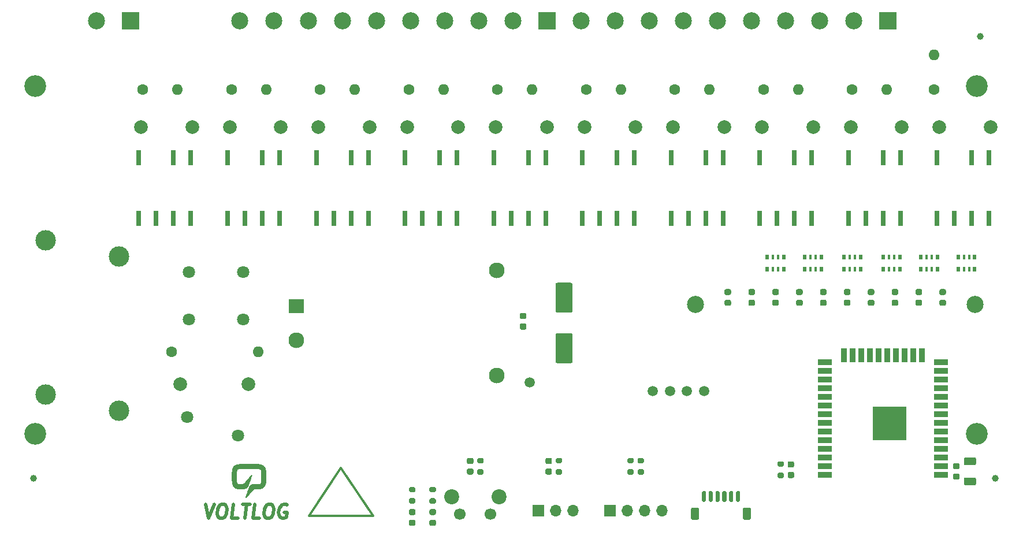
<source format=gbr>
G04 #@! TF.GenerationSoftware,KiCad,Pcbnew,(5.1.8)-1*
G04 #@! TF.CreationDate,2021-12-10T10:53:11+02:00*
G04 #@! TF.ProjectId,controller,636f6e74-726f-46c6-9c65-722e6b696361,rev?*
G04 #@! TF.SameCoordinates,Original*
G04 #@! TF.FileFunction,Soldermask,Top*
G04 #@! TF.FilePolarity,Negative*
%FSLAX46Y46*%
G04 Gerber Fmt 4.6, Leading zero omitted, Abs format (unit mm)*
G04 Created by KiCad (PCBNEW (5.1.8)-1) date 2021-12-10 10:53:11*
%MOMM*%
%LPD*%
G01*
G04 APERTURE LIST*
%ADD10C,0.500000*%
%ADD11C,0.300000*%
%ADD12C,0.010000*%
%ADD13R,2.000000X0.900000*%
%ADD14R,0.900000X2.000000*%
%ADD15R,5.000000X5.000000*%
%ADD16R,0.500000X0.800000*%
%ADD17R,0.400000X0.800000*%
%ADD18C,1.500000*%
%ADD19C,2.500000*%
%ADD20R,2.500000X2.500000*%
%ADD21O,1.600000X1.600000*%
%ADD22C,1.600000*%
%ADD23O,1.700000X1.700000*%
%ADD24R,1.700000X1.700000*%
%ADD25C,1.700000*%
%ADD26C,2.200000*%
%ADD27C,1.800000*%
%ADD28R,0.800000X2.200000*%
%ADD29C,2.300000*%
%ADD30R,2.300000X2.000000*%
%ADD31C,2.000000*%
%ADD32C,3.200000*%
%ADD33C,3.000000*%
%ADD34C,1.000000*%
G04 APERTURE END LIST*
D10*
X66940922Y-107354761D02*
X67357589Y-109354761D01*
X68274255Y-107354761D01*
X69321875Y-107354761D02*
X69702827Y-107354761D01*
X69881398Y-107450000D01*
X70048065Y-107640476D01*
X70095684Y-108021428D01*
X70012351Y-108688095D01*
X69869494Y-109069047D01*
X69655208Y-109259523D01*
X69452827Y-109354761D01*
X69071875Y-109354761D01*
X68893303Y-109259523D01*
X68726636Y-109069047D01*
X68679017Y-108688095D01*
X68762351Y-108021428D01*
X68905208Y-107640476D01*
X69119494Y-107450000D01*
X69321875Y-107354761D01*
X71738541Y-109354761D02*
X70786160Y-109354761D01*
X71036160Y-107354761D01*
X72369494Y-107354761D02*
X73512351Y-107354761D01*
X72690922Y-109354761D02*
X72940922Y-107354761D01*
X74881398Y-109354761D02*
X73929017Y-109354761D01*
X74179017Y-107354761D01*
X76179017Y-107354761D02*
X76559970Y-107354761D01*
X76738541Y-107450000D01*
X76905208Y-107640476D01*
X76952827Y-108021428D01*
X76869494Y-108688095D01*
X76726636Y-109069047D01*
X76512351Y-109259523D01*
X76309970Y-109354761D01*
X75929017Y-109354761D01*
X75750446Y-109259523D01*
X75583779Y-109069047D01*
X75536160Y-108688095D01*
X75619494Y-108021428D01*
X75762351Y-107640476D01*
X75976636Y-107450000D01*
X76179017Y-107354761D01*
X78929017Y-107450000D02*
X78750446Y-107354761D01*
X78464732Y-107354761D01*
X78167113Y-107450000D01*
X77952827Y-107640476D01*
X77833779Y-107830952D01*
X77690922Y-108211904D01*
X77655208Y-108497619D01*
X77702827Y-108878571D01*
X77774255Y-109069047D01*
X77940922Y-109259523D01*
X78214732Y-109354761D01*
X78405208Y-109354761D01*
X78702827Y-109259523D01*
X78809970Y-109164285D01*
X78893303Y-108497619D01*
X78512351Y-108497619D01*
D11*
X82100000Y-109000000D02*
X86800000Y-102000000D01*
X91500000Y-109000000D02*
X82100000Y-109000000D01*
X86800000Y-102000000D02*
X91500000Y-109000000D01*
D12*
G04 #@! TO.C,V1*
G36*
X73561837Y-101391409D02*
G01*
X73744951Y-101393844D01*
X73924586Y-101397684D01*
X74099156Y-101402961D01*
X74267078Y-101409706D01*
X74426764Y-101417950D01*
X74575080Y-101427610D01*
X74714072Y-101438780D01*
X74834954Y-101451099D01*
X74939933Y-101465300D01*
X75031213Y-101482118D01*
X75111001Y-101502286D01*
X75181503Y-101526539D01*
X75244925Y-101555610D01*
X75303471Y-101590234D01*
X75359350Y-101631144D01*
X75414765Y-101679075D01*
X75459000Y-101721720D01*
X75521282Y-101788124D01*
X75573181Y-101853586D01*
X75616070Y-101921269D01*
X75651325Y-101994337D01*
X75680318Y-102075956D01*
X75704423Y-102169290D01*
X75725015Y-102277503D01*
X75738229Y-102364912D01*
X75749270Y-102447763D01*
X75758451Y-102525422D01*
X75765927Y-102600906D01*
X75771857Y-102677230D01*
X75776396Y-102757410D01*
X75779703Y-102844461D01*
X75781934Y-102941398D01*
X75783246Y-103051239D01*
X75783797Y-103176997D01*
X75783838Y-103240640D01*
X75782935Y-103413480D01*
X75780209Y-103568365D01*
X75775483Y-103707591D01*
X75768586Y-103833456D01*
X75759342Y-103948255D01*
X75747579Y-104054287D01*
X75733121Y-104153848D01*
X75715796Y-104249235D01*
X75702858Y-104310340D01*
X75664479Y-104439532D01*
X75609922Y-104558875D01*
X75540517Y-104667044D01*
X75457592Y-104762715D01*
X75362475Y-104844564D01*
X75256494Y-104911266D01*
X75140979Y-104961498D01*
X75017257Y-104993935D01*
X75017040Y-104993974D01*
X74990216Y-104997694D01*
X74953492Y-105000771D01*
X74905278Y-105003247D01*
X74843983Y-105005166D01*
X74768015Y-105006571D01*
X74675785Y-105007505D01*
X74565701Y-105008013D01*
X74497184Y-105008125D01*
X74053528Y-105008480D01*
X73992920Y-105071980D01*
X73976237Y-105090079D01*
X73947399Y-105122086D01*
X73907633Y-105166614D01*
X73858166Y-105222278D01*
X73800223Y-105287691D01*
X73735030Y-105361468D01*
X73663814Y-105442224D01*
X73587802Y-105528573D01*
X73508218Y-105619128D01*
X73442270Y-105694280D01*
X73361142Y-105786723D01*
X73282933Y-105875708D01*
X73208827Y-105959898D01*
X73140007Y-106037953D01*
X73077659Y-106108533D01*
X73022965Y-106170300D01*
X72977111Y-106221914D01*
X72941279Y-106262037D01*
X72916654Y-106289329D01*
X72905515Y-106301340D01*
X72868575Y-106334040D01*
X72838343Y-106348380D01*
X72813708Y-106344755D01*
X72804192Y-106337408D01*
X72793293Y-106316853D01*
X72792000Y-106307758D01*
X72795278Y-106295232D01*
X72804721Y-106265277D01*
X72819738Y-106219631D01*
X72839740Y-106160029D01*
X72864137Y-106088209D01*
X72892340Y-106005906D01*
X72923759Y-105914858D01*
X72957804Y-105816800D01*
X72990532Y-105723050D01*
X73028930Y-105613310D01*
X73067285Y-105503638D01*
X73104719Y-105396550D01*
X73140352Y-105294563D01*
X73173306Y-105200196D01*
X73202700Y-105115965D01*
X73227657Y-105044387D01*
X73247296Y-104987979D01*
X73256059Y-104962760D01*
X73279139Y-104898031D01*
X73302824Y-104834720D01*
X73325354Y-104777313D01*
X73344968Y-104730299D01*
X73359682Y-104698600D01*
X73406002Y-104626291D01*
X73466834Y-104557494D01*
X73536489Y-104497908D01*
X73599720Y-104458061D01*
X73632191Y-104441487D01*
X73661798Y-104427785D01*
X73690849Y-104416681D01*
X73721654Y-104407901D01*
X73756520Y-104401170D01*
X73797755Y-104396214D01*
X73847668Y-104392759D01*
X73908567Y-104390530D01*
X73982760Y-104389253D01*
X74072557Y-104388654D01*
X74180264Y-104388458D01*
X74185386Y-104388454D01*
X74341386Y-104387851D01*
X74477756Y-104386245D01*
X74595159Y-104383605D01*
X74694262Y-104379897D01*
X74775730Y-104375089D01*
X74840229Y-104369149D01*
X74888424Y-104362044D01*
X74920981Y-104353742D01*
X74924541Y-104352398D01*
X74969736Y-104324826D01*
X75010367Y-104282590D01*
X75041626Y-104231344D01*
X75053130Y-104201203D01*
X75071581Y-104125825D01*
X75087650Y-104032711D01*
X75101303Y-103924312D01*
X75112507Y-103803075D01*
X75121228Y-103671451D01*
X75127433Y-103531887D01*
X75131087Y-103386832D01*
X75132158Y-103238737D01*
X75130611Y-103090048D01*
X75126414Y-102943217D01*
X75119533Y-102800690D01*
X75109933Y-102664918D01*
X75097582Y-102538349D01*
X75082446Y-102423432D01*
X75077899Y-102394848D01*
X75061860Y-102313583D01*
X75042270Y-102250036D01*
X75016694Y-102201635D01*
X74982693Y-102165809D01*
X74937832Y-102139986D01*
X74879673Y-102121596D01*
X74806201Y-102108127D01*
X74718925Y-102097387D01*
X74613293Y-102087658D01*
X74491247Y-102078958D01*
X74354728Y-102071304D01*
X74205676Y-102064714D01*
X74046033Y-102059204D01*
X73877739Y-102054793D01*
X73702734Y-102051497D01*
X73522960Y-102049335D01*
X73340358Y-102048324D01*
X73156868Y-102048480D01*
X72974431Y-102049823D01*
X72794988Y-102052368D01*
X72620480Y-102056134D01*
X72452847Y-102061138D01*
X72294030Y-102067397D01*
X72145970Y-102074929D01*
X72019840Y-102083076D01*
X71908592Y-102091923D01*
X71815775Y-102101669D01*
X71739499Y-102113449D01*
X71677875Y-102128400D01*
X71629016Y-102147659D01*
X71591033Y-102172363D01*
X71562036Y-102203648D01*
X71540138Y-102242651D01*
X71523449Y-102290508D01*
X71510081Y-102348356D01*
X71501780Y-102394848D01*
X71485894Y-102506185D01*
X71472801Y-102629834D01*
X71462467Y-102763345D01*
X71454858Y-102904271D01*
X71449941Y-103050162D01*
X71447683Y-103198571D01*
X71448049Y-103347047D01*
X71451007Y-103493143D01*
X71456523Y-103634410D01*
X71464563Y-103768399D01*
X71475094Y-103892662D01*
X71488082Y-104004749D01*
X71503494Y-104102213D01*
X71521296Y-104182604D01*
X71526521Y-104201108D01*
X71553863Y-104258451D01*
X71597188Y-104306265D01*
X71650600Y-104339553D01*
X71685447Y-104349910D01*
X71739539Y-104358780D01*
X71811850Y-104366090D01*
X71901356Y-104371770D01*
X72007031Y-104375749D01*
X72127849Y-104377957D01*
X72213753Y-104378409D01*
X72443226Y-104378560D01*
X72508701Y-104309980D01*
X72528063Y-104289075D01*
X72559265Y-104254599D01*
X72600775Y-104208275D01*
X72651061Y-104151831D01*
X72708588Y-104086992D01*
X72771825Y-104015483D01*
X72839237Y-103939031D01*
X72909293Y-103859361D01*
X72934548Y-103830585D01*
X73009401Y-103745257D01*
X73085528Y-103658480D01*
X73160858Y-103572613D01*
X73233321Y-103490018D01*
X73300846Y-103413054D01*
X73361364Y-103344081D01*
X73412803Y-103285458D01*
X73453094Y-103239546D01*
X73456008Y-103236225D01*
X73502300Y-103184205D01*
X73545421Y-103137109D01*
X73583201Y-103097201D01*
X73613468Y-103066744D01*
X73634053Y-103048000D01*
X73641120Y-103043206D01*
X73664597Y-103039747D01*
X73685772Y-103052401D01*
X73701037Y-103068972D01*
X73706400Y-103079441D01*
X73703133Y-103090385D01*
X73693754Y-103118661D01*
X73678896Y-103162437D01*
X73659191Y-103219876D01*
X73635271Y-103289145D01*
X73607768Y-103368408D01*
X73577315Y-103455830D01*
X73544545Y-103549577D01*
X73534501Y-103578246D01*
X73496614Y-103686390D01*
X73457091Y-103799302D01*
X73417172Y-103913428D01*
X73378099Y-104025215D01*
X73341114Y-104131111D01*
X73307459Y-104227561D01*
X73278374Y-104311014D01*
X73260567Y-104362189D01*
X73233566Y-104438559D01*
X73206980Y-104511358D01*
X73181959Y-104577615D01*
X73159654Y-104634356D01*
X73141216Y-104678607D01*
X73127794Y-104707396D01*
X73125125Y-104712225D01*
X73067263Y-104791466D01*
X72993747Y-104862327D01*
X72908501Y-104921869D01*
X72815451Y-104967152D01*
X72760256Y-104985503D01*
X72744653Y-104989385D01*
X72727071Y-104992668D01*
X72705764Y-104995401D01*
X72678988Y-104997634D01*
X72644996Y-104999415D01*
X72602043Y-105000795D01*
X72548385Y-105001822D01*
X72482276Y-105002545D01*
X72401970Y-105003014D01*
X72305722Y-105003279D01*
X72191788Y-105003388D01*
X72126520Y-105003400D01*
X71557560Y-105003400D01*
X71458565Y-104969118D01*
X71332889Y-104915572D01*
X71220456Y-104846651D01*
X71121514Y-104762577D01*
X71036313Y-104663572D01*
X70965103Y-104549856D01*
X70947854Y-104515720D01*
X70920768Y-104452597D01*
X70896841Y-104381552D01*
X70875669Y-104300557D01*
X70856847Y-104207584D01*
X70839971Y-104100608D01*
X70824635Y-103977601D01*
X70810435Y-103836536D01*
X70808919Y-103819760D01*
X70805151Y-103764497D01*
X70802009Y-103692043D01*
X70799494Y-103605517D01*
X70797606Y-103508037D01*
X70796345Y-103402723D01*
X70795711Y-103292693D01*
X70795703Y-103181067D01*
X70796323Y-103070964D01*
X70797569Y-102965502D01*
X70799442Y-102867800D01*
X70801942Y-102780978D01*
X70805069Y-102708154D01*
X70808823Y-102652448D01*
X70808919Y-102651360D01*
X70823468Y-102503721D01*
X70839356Y-102374327D01*
X70857201Y-102261114D01*
X70877623Y-102162018D01*
X70901239Y-102074976D01*
X70928670Y-101997925D01*
X70960534Y-101928802D01*
X70997450Y-101865543D01*
X71040037Y-101806085D01*
X71075138Y-101763808D01*
X71169071Y-101669712D01*
X71270673Y-101593852D01*
X71382051Y-101534921D01*
X71505316Y-101491611D01*
X71520627Y-101487501D01*
X71586007Y-101473521D01*
X71670099Y-101460512D01*
X71771320Y-101448504D01*
X71888083Y-101437529D01*
X72018804Y-101427618D01*
X72161898Y-101418801D01*
X72315778Y-101411110D01*
X72478861Y-101404576D01*
X72649561Y-101399230D01*
X72826293Y-101395104D01*
X73007472Y-101392227D01*
X73191512Y-101390632D01*
X73376829Y-101390349D01*
X73561837Y-101391409D01*
G37*
X73561837Y-101391409D02*
X73744951Y-101393844D01*
X73924586Y-101397684D01*
X74099156Y-101402961D01*
X74267078Y-101409706D01*
X74426764Y-101417950D01*
X74575080Y-101427610D01*
X74714072Y-101438780D01*
X74834954Y-101451099D01*
X74939933Y-101465300D01*
X75031213Y-101482118D01*
X75111001Y-101502286D01*
X75181503Y-101526539D01*
X75244925Y-101555610D01*
X75303471Y-101590234D01*
X75359350Y-101631144D01*
X75414765Y-101679075D01*
X75459000Y-101721720D01*
X75521282Y-101788124D01*
X75573181Y-101853586D01*
X75616070Y-101921269D01*
X75651325Y-101994337D01*
X75680318Y-102075956D01*
X75704423Y-102169290D01*
X75725015Y-102277503D01*
X75738229Y-102364912D01*
X75749270Y-102447763D01*
X75758451Y-102525422D01*
X75765927Y-102600906D01*
X75771857Y-102677230D01*
X75776396Y-102757410D01*
X75779703Y-102844461D01*
X75781934Y-102941398D01*
X75783246Y-103051239D01*
X75783797Y-103176997D01*
X75783838Y-103240640D01*
X75782935Y-103413480D01*
X75780209Y-103568365D01*
X75775483Y-103707591D01*
X75768586Y-103833456D01*
X75759342Y-103948255D01*
X75747579Y-104054287D01*
X75733121Y-104153848D01*
X75715796Y-104249235D01*
X75702858Y-104310340D01*
X75664479Y-104439532D01*
X75609922Y-104558875D01*
X75540517Y-104667044D01*
X75457592Y-104762715D01*
X75362475Y-104844564D01*
X75256494Y-104911266D01*
X75140979Y-104961498D01*
X75017257Y-104993935D01*
X75017040Y-104993974D01*
X74990216Y-104997694D01*
X74953492Y-105000771D01*
X74905278Y-105003247D01*
X74843983Y-105005166D01*
X74768015Y-105006571D01*
X74675785Y-105007505D01*
X74565701Y-105008013D01*
X74497184Y-105008125D01*
X74053528Y-105008480D01*
X73992920Y-105071980D01*
X73976237Y-105090079D01*
X73947399Y-105122086D01*
X73907633Y-105166614D01*
X73858166Y-105222278D01*
X73800223Y-105287691D01*
X73735030Y-105361468D01*
X73663814Y-105442224D01*
X73587802Y-105528573D01*
X73508218Y-105619128D01*
X73442270Y-105694280D01*
X73361142Y-105786723D01*
X73282933Y-105875708D01*
X73208827Y-105959898D01*
X73140007Y-106037953D01*
X73077659Y-106108533D01*
X73022965Y-106170300D01*
X72977111Y-106221914D01*
X72941279Y-106262037D01*
X72916654Y-106289329D01*
X72905515Y-106301340D01*
X72868575Y-106334040D01*
X72838343Y-106348380D01*
X72813708Y-106344755D01*
X72804192Y-106337408D01*
X72793293Y-106316853D01*
X72792000Y-106307758D01*
X72795278Y-106295232D01*
X72804721Y-106265277D01*
X72819738Y-106219631D01*
X72839740Y-106160029D01*
X72864137Y-106088209D01*
X72892340Y-106005906D01*
X72923759Y-105914858D01*
X72957804Y-105816800D01*
X72990532Y-105723050D01*
X73028930Y-105613310D01*
X73067285Y-105503638D01*
X73104719Y-105396550D01*
X73140352Y-105294563D01*
X73173306Y-105200196D01*
X73202700Y-105115965D01*
X73227657Y-105044387D01*
X73247296Y-104987979D01*
X73256059Y-104962760D01*
X73279139Y-104898031D01*
X73302824Y-104834720D01*
X73325354Y-104777313D01*
X73344968Y-104730299D01*
X73359682Y-104698600D01*
X73406002Y-104626291D01*
X73466834Y-104557494D01*
X73536489Y-104497908D01*
X73599720Y-104458061D01*
X73632191Y-104441487D01*
X73661798Y-104427785D01*
X73690849Y-104416681D01*
X73721654Y-104407901D01*
X73756520Y-104401170D01*
X73797755Y-104396214D01*
X73847668Y-104392759D01*
X73908567Y-104390530D01*
X73982760Y-104389253D01*
X74072557Y-104388654D01*
X74180264Y-104388458D01*
X74185386Y-104388454D01*
X74341386Y-104387851D01*
X74477756Y-104386245D01*
X74595159Y-104383605D01*
X74694262Y-104379897D01*
X74775730Y-104375089D01*
X74840229Y-104369149D01*
X74888424Y-104362044D01*
X74920981Y-104353742D01*
X74924541Y-104352398D01*
X74969736Y-104324826D01*
X75010367Y-104282590D01*
X75041626Y-104231344D01*
X75053130Y-104201203D01*
X75071581Y-104125825D01*
X75087650Y-104032711D01*
X75101303Y-103924312D01*
X75112507Y-103803075D01*
X75121228Y-103671451D01*
X75127433Y-103531887D01*
X75131087Y-103386832D01*
X75132158Y-103238737D01*
X75130611Y-103090048D01*
X75126414Y-102943217D01*
X75119533Y-102800690D01*
X75109933Y-102664918D01*
X75097582Y-102538349D01*
X75082446Y-102423432D01*
X75077899Y-102394848D01*
X75061860Y-102313583D01*
X75042270Y-102250036D01*
X75016694Y-102201635D01*
X74982693Y-102165809D01*
X74937832Y-102139986D01*
X74879673Y-102121596D01*
X74806201Y-102108127D01*
X74718925Y-102097387D01*
X74613293Y-102087658D01*
X74491247Y-102078958D01*
X74354728Y-102071304D01*
X74205676Y-102064714D01*
X74046033Y-102059204D01*
X73877739Y-102054793D01*
X73702734Y-102051497D01*
X73522960Y-102049335D01*
X73340358Y-102048324D01*
X73156868Y-102048480D01*
X72974431Y-102049823D01*
X72794988Y-102052368D01*
X72620480Y-102056134D01*
X72452847Y-102061138D01*
X72294030Y-102067397D01*
X72145970Y-102074929D01*
X72019840Y-102083076D01*
X71908592Y-102091923D01*
X71815775Y-102101669D01*
X71739499Y-102113449D01*
X71677875Y-102128400D01*
X71629016Y-102147659D01*
X71591033Y-102172363D01*
X71562036Y-102203648D01*
X71540138Y-102242651D01*
X71523449Y-102290508D01*
X71510081Y-102348356D01*
X71501780Y-102394848D01*
X71485894Y-102506185D01*
X71472801Y-102629834D01*
X71462467Y-102763345D01*
X71454858Y-102904271D01*
X71449941Y-103050162D01*
X71447683Y-103198571D01*
X71448049Y-103347047D01*
X71451007Y-103493143D01*
X71456523Y-103634410D01*
X71464563Y-103768399D01*
X71475094Y-103892662D01*
X71488082Y-104004749D01*
X71503494Y-104102213D01*
X71521296Y-104182604D01*
X71526521Y-104201108D01*
X71553863Y-104258451D01*
X71597188Y-104306265D01*
X71650600Y-104339553D01*
X71685447Y-104349910D01*
X71739539Y-104358780D01*
X71811850Y-104366090D01*
X71901356Y-104371770D01*
X72007031Y-104375749D01*
X72127849Y-104377957D01*
X72213753Y-104378409D01*
X72443226Y-104378560D01*
X72508701Y-104309980D01*
X72528063Y-104289075D01*
X72559265Y-104254599D01*
X72600775Y-104208275D01*
X72651061Y-104151831D01*
X72708588Y-104086992D01*
X72771825Y-104015483D01*
X72839237Y-103939031D01*
X72909293Y-103859361D01*
X72934548Y-103830585D01*
X73009401Y-103745257D01*
X73085528Y-103658480D01*
X73160858Y-103572613D01*
X73233321Y-103490018D01*
X73300846Y-103413054D01*
X73361364Y-103344081D01*
X73412803Y-103285458D01*
X73453094Y-103239546D01*
X73456008Y-103236225D01*
X73502300Y-103184205D01*
X73545421Y-103137109D01*
X73583201Y-103097201D01*
X73613468Y-103066744D01*
X73634053Y-103048000D01*
X73641120Y-103043206D01*
X73664597Y-103039747D01*
X73685772Y-103052401D01*
X73701037Y-103068972D01*
X73706400Y-103079441D01*
X73703133Y-103090385D01*
X73693754Y-103118661D01*
X73678896Y-103162437D01*
X73659191Y-103219876D01*
X73635271Y-103289145D01*
X73607768Y-103368408D01*
X73577315Y-103455830D01*
X73544545Y-103549577D01*
X73534501Y-103578246D01*
X73496614Y-103686390D01*
X73457091Y-103799302D01*
X73417172Y-103913428D01*
X73378099Y-104025215D01*
X73341114Y-104131111D01*
X73307459Y-104227561D01*
X73278374Y-104311014D01*
X73260567Y-104362189D01*
X73233566Y-104438559D01*
X73206980Y-104511358D01*
X73181959Y-104577615D01*
X73159654Y-104634356D01*
X73141216Y-104678607D01*
X73127794Y-104707396D01*
X73125125Y-104712225D01*
X73067263Y-104791466D01*
X72993747Y-104862327D01*
X72908501Y-104921869D01*
X72815451Y-104967152D01*
X72760256Y-104985503D01*
X72744653Y-104989385D01*
X72727071Y-104992668D01*
X72705764Y-104995401D01*
X72678988Y-104997634D01*
X72644996Y-104999415D01*
X72602043Y-105000795D01*
X72548385Y-105001822D01*
X72482276Y-105002545D01*
X72401970Y-105003014D01*
X72305722Y-105003279D01*
X72191788Y-105003388D01*
X72126520Y-105003400D01*
X71557560Y-105003400D01*
X71458565Y-104969118D01*
X71332889Y-104915572D01*
X71220456Y-104846651D01*
X71121514Y-104762577D01*
X71036313Y-104663572D01*
X70965103Y-104549856D01*
X70947854Y-104515720D01*
X70920768Y-104452597D01*
X70896841Y-104381552D01*
X70875669Y-104300557D01*
X70856847Y-104207584D01*
X70839971Y-104100608D01*
X70824635Y-103977601D01*
X70810435Y-103836536D01*
X70808919Y-103819760D01*
X70805151Y-103764497D01*
X70802009Y-103692043D01*
X70799494Y-103605517D01*
X70797606Y-103508037D01*
X70796345Y-103402723D01*
X70795711Y-103292693D01*
X70795703Y-103181067D01*
X70796323Y-103070964D01*
X70797569Y-102965502D01*
X70799442Y-102867800D01*
X70801942Y-102780978D01*
X70805069Y-102708154D01*
X70808823Y-102652448D01*
X70808919Y-102651360D01*
X70823468Y-102503721D01*
X70839356Y-102374327D01*
X70857201Y-102261114D01*
X70877623Y-102162018D01*
X70901239Y-102074976D01*
X70928670Y-101997925D01*
X70960534Y-101928802D01*
X70997450Y-101865543D01*
X71040037Y-101806085D01*
X71075138Y-101763808D01*
X71169071Y-101669712D01*
X71270673Y-101593852D01*
X71382051Y-101534921D01*
X71505316Y-101491611D01*
X71520627Y-101487501D01*
X71586007Y-101473521D01*
X71670099Y-101460512D01*
X71771320Y-101448504D01*
X71888083Y-101437529D01*
X72018804Y-101427618D01*
X72161898Y-101418801D01*
X72315778Y-101411110D01*
X72478861Y-101404576D01*
X72649561Y-101399230D01*
X72826293Y-101395104D01*
X73007472Y-101392227D01*
X73191512Y-101390632D01*
X73376829Y-101390349D01*
X73561837Y-101391409D01*
G04 #@! TD*
D13*
G04 #@! TO.C,U1*
X157750000Y-103005000D03*
X157750000Y-101735000D03*
X157750000Y-100465000D03*
X157750000Y-99195000D03*
X157750000Y-97925000D03*
X157750000Y-96655000D03*
X157750000Y-95385000D03*
X157750000Y-94115000D03*
X157750000Y-92845000D03*
X157750000Y-91575000D03*
X157750000Y-90305000D03*
X157750000Y-89035000D03*
X157750000Y-87765000D03*
X157750000Y-86495000D03*
D14*
X160535000Y-85495000D03*
X161805000Y-85495000D03*
X163075000Y-85495000D03*
X164345000Y-85495000D03*
X165615000Y-85495000D03*
X166885000Y-85495000D03*
X168155000Y-85495000D03*
X169425000Y-85495000D03*
X170695000Y-85495000D03*
X171965000Y-85495000D03*
D13*
X174750000Y-86495000D03*
X174750000Y-87765000D03*
X174750000Y-89035000D03*
X174750000Y-90305000D03*
X174750000Y-91575000D03*
X174750000Y-92845000D03*
X174750000Y-94115000D03*
X174750000Y-95385000D03*
X174750000Y-96655000D03*
X174750000Y-97925000D03*
X174750000Y-99195000D03*
X174750000Y-100465000D03*
X174750000Y-101735000D03*
X174750000Y-103005000D03*
D15*
X167250000Y-95505000D03*
G04 #@! TD*
D16*
G04 #@! TO.C,RN2*
X162950000Y-71100000D03*
D17*
X162150000Y-71100000D03*
D16*
X160550000Y-71100000D03*
D17*
X161350000Y-71100000D03*
D16*
X162950000Y-72900000D03*
D17*
X161350000Y-72900000D03*
X162150000Y-72900000D03*
D16*
X160550000Y-72900000D03*
G04 #@! TD*
G04 #@! TO.C,RN3*
X168700000Y-71100000D03*
D17*
X167900000Y-71100000D03*
D16*
X166300000Y-71100000D03*
D17*
X167100000Y-71100000D03*
D16*
X168700000Y-72900000D03*
D17*
X167100000Y-72900000D03*
X167900000Y-72900000D03*
D16*
X166300000Y-72900000D03*
G04 #@! TD*
G04 #@! TO.C,RN5*
X174200000Y-71100000D03*
D17*
X173400000Y-71100000D03*
D16*
X171800000Y-71100000D03*
D17*
X172600000Y-71100000D03*
D16*
X174200000Y-72900000D03*
D17*
X172600000Y-72900000D03*
X173400000Y-72900000D03*
D16*
X171800000Y-72900000D03*
G04 #@! TD*
D18*
G04 #@! TO.C,TP5*
X114500000Y-89500000D03*
G04 #@! TD*
G04 #@! TO.C,TP4*
X137500000Y-90750000D03*
G04 #@! TD*
G04 #@! TO.C,TP3*
X140000000Y-90750000D03*
G04 #@! TD*
G04 #@! TO.C,TP2*
X135000000Y-90750000D03*
G04 #@! TD*
G04 #@! TO.C,TP1*
X132500000Y-90750000D03*
G04 #@! TD*
D19*
G04 #@! TO.C,J6*
X51000000Y-36500000D03*
D20*
X56000000Y-36500000D03*
G04 #@! TD*
D19*
G04 #@! TO.C,J5*
X122000000Y-36500000D03*
X127000000Y-36500000D03*
X132000000Y-36500000D03*
X137000000Y-36500000D03*
X142000000Y-36500000D03*
X147000000Y-36500000D03*
X152000000Y-36500000D03*
X157000000Y-36500000D03*
X162000000Y-36500000D03*
D20*
X167000000Y-36500000D03*
G04 #@! TD*
D19*
G04 #@! TO.C,J4*
X72000000Y-36500000D03*
X77000000Y-36500000D03*
X82000000Y-36500000D03*
X87000000Y-36500000D03*
X92000000Y-36500000D03*
X97000000Y-36500000D03*
X102000000Y-36500000D03*
X107000000Y-36500000D03*
X112000000Y-36500000D03*
D20*
X117000000Y-36500000D03*
G04 #@! TD*
D21*
G04 #@! TO.C,R18*
X173750000Y-41420000D03*
D22*
X173750000Y-46500000D03*
G04 #@! TD*
D21*
G04 #@! TO.C,R17*
X166830000Y-46500000D03*
D22*
X161750000Y-46500000D03*
G04 #@! TD*
D21*
G04 #@! TO.C,R16*
X153830000Y-46500000D03*
D22*
X148750000Y-46500000D03*
G04 #@! TD*
D21*
G04 #@! TO.C,R15*
X140830000Y-46500000D03*
D22*
X135750000Y-46500000D03*
G04 #@! TD*
D21*
G04 #@! TO.C,R14*
X127830000Y-46500000D03*
D22*
X122750000Y-46500000D03*
G04 #@! TD*
D21*
G04 #@! TO.C,R13*
X114830000Y-46500000D03*
D22*
X109750000Y-46500000D03*
G04 #@! TD*
D21*
G04 #@! TO.C,R12*
X101830000Y-46500000D03*
D22*
X96750000Y-46500000D03*
G04 #@! TD*
D21*
G04 #@! TO.C,R11*
X88830000Y-46500000D03*
D22*
X83750000Y-46500000D03*
G04 #@! TD*
D21*
G04 #@! TO.C,R10*
X75830000Y-46500000D03*
D22*
X70750000Y-46500000D03*
G04 #@! TD*
D21*
G04 #@! TO.C,R9*
X62830000Y-46500000D03*
D22*
X57750000Y-46500000D03*
G04 #@! TD*
D21*
G04 #@! TO.C,R2*
X74700000Y-85000000D03*
D22*
X62000000Y-85000000D03*
G04 #@! TD*
D23*
G04 #@! TO.C,J1*
X120790000Y-108250000D03*
X118250000Y-108250000D03*
D24*
X115710000Y-108250000D03*
G04 #@! TD*
G04 #@! TO.C,C4*
G36*
G01*
X120500000Y-79250000D02*
X118500000Y-79250000D01*
G75*
G02*
X118250000Y-79000000I0J250000D01*
G01*
X118250000Y-75100000D01*
G75*
G02*
X118500000Y-74850000I250000J0D01*
G01*
X120500000Y-74850000D01*
G75*
G02*
X120750000Y-75100000I0J-250000D01*
G01*
X120750000Y-79000000D01*
G75*
G02*
X120500000Y-79250000I-250000J0D01*
G01*
G37*
G36*
G01*
X120500000Y-86650000D02*
X118500000Y-86650000D01*
G75*
G02*
X118250000Y-86400000I0J250000D01*
G01*
X118250000Y-82500000D01*
G75*
G02*
X118500000Y-82250000I250000J0D01*
G01*
X120500000Y-82250000D01*
G75*
G02*
X120750000Y-82500000I0J-250000D01*
G01*
X120750000Y-86400000D01*
G75*
G02*
X120500000Y-86650000I-250000J0D01*
G01*
G37*
G04 #@! TD*
D25*
G04 #@! TO.C,SW1*
X108750000Y-108750000D03*
X104250000Y-108750000D03*
D26*
X110000000Y-106250000D03*
X103000000Y-106250000D03*
G04 #@! TD*
D27*
G04 #@! TO.C,FL1*
X72500000Y-73250000D03*
X72500000Y-80250000D03*
X64500000Y-80250000D03*
X64500000Y-73250000D03*
G04 #@! TD*
D28*
G04 #@! TO.C,U11*
X181810000Y-65450000D03*
X181810000Y-56550000D03*
X179270000Y-65450000D03*
X179270000Y-56550000D03*
X176730000Y-65450000D03*
X174190000Y-65450000D03*
X174190000Y-56550000D03*
G04 #@! TD*
G04 #@! TO.C,U10*
X168810000Y-65450000D03*
X168810000Y-56550000D03*
X166270000Y-65450000D03*
X166270000Y-56550000D03*
X163730000Y-65450000D03*
X161190000Y-65450000D03*
X161190000Y-56550000D03*
G04 #@! TD*
G04 #@! TO.C,U9*
X155810000Y-65450000D03*
X155810000Y-56550000D03*
X153270000Y-65450000D03*
X153270000Y-56550000D03*
X150730000Y-65450000D03*
X148190000Y-65450000D03*
X148190000Y-56550000D03*
G04 #@! TD*
G04 #@! TO.C,U8*
X142810000Y-65450000D03*
X142810000Y-56550000D03*
X140270000Y-65450000D03*
X140270000Y-56550000D03*
X137730000Y-65450000D03*
X135190000Y-65450000D03*
X135190000Y-56550000D03*
G04 #@! TD*
G04 #@! TO.C,U7*
X129810000Y-65450000D03*
X129810000Y-56550000D03*
X127270000Y-65450000D03*
X127270000Y-56550000D03*
X124730000Y-65450000D03*
X122190000Y-65450000D03*
X122190000Y-56550000D03*
G04 #@! TD*
G04 #@! TO.C,U6*
X116810000Y-65450000D03*
X116810000Y-56550000D03*
X114270000Y-65450000D03*
X114270000Y-56550000D03*
X111730000Y-65450000D03*
X109190000Y-65450000D03*
X109190000Y-56550000D03*
G04 #@! TD*
G04 #@! TO.C,U5*
X103810000Y-65450000D03*
X103810000Y-56550000D03*
X101270000Y-65450000D03*
X101270000Y-56550000D03*
X98730000Y-65450000D03*
X96190000Y-65450000D03*
X96190000Y-56550000D03*
G04 #@! TD*
G04 #@! TO.C,U4*
X90810000Y-65450000D03*
X90810000Y-56550000D03*
X88270000Y-65450000D03*
X88270000Y-56550000D03*
X85730000Y-65450000D03*
X83190000Y-65450000D03*
X83190000Y-56550000D03*
G04 #@! TD*
G04 #@! TO.C,U3*
X77810000Y-65450000D03*
X77810000Y-56550000D03*
X75270000Y-65450000D03*
X75270000Y-56550000D03*
X72730000Y-65450000D03*
X70190000Y-65450000D03*
X70190000Y-56550000D03*
G04 #@! TD*
G04 #@! TO.C,U2*
X64810000Y-65450000D03*
X64810000Y-56550000D03*
X62270000Y-65450000D03*
X62270000Y-56550000D03*
X59730000Y-65450000D03*
X57190000Y-65450000D03*
X57190000Y-56550000D03*
G04 #@! TD*
D29*
G04 #@! TO.C,PS1*
X109650000Y-88450000D03*
X80250000Y-83250000D03*
D30*
X80250000Y-78250000D03*
D29*
X109650000Y-73050000D03*
G04 #@! TD*
D19*
G04 #@! TO.C,H5*
X179750000Y-78000000D03*
G04 #@! TD*
G04 #@! TO.C,H3*
X138750000Y-78000000D03*
G04 #@! TD*
D16*
G04 #@! TO.C,RN1*
X151700000Y-71100000D03*
D17*
X150900000Y-71100000D03*
D16*
X149300000Y-71100000D03*
D17*
X150100000Y-71100000D03*
D16*
X151700000Y-72900000D03*
D17*
X150100000Y-72900000D03*
X150900000Y-72900000D03*
D16*
X149300000Y-72900000D03*
G04 #@! TD*
D31*
G04 #@! TO.C,C11*
X91000000Y-52000000D03*
X83500000Y-52000000D03*
G04 #@! TD*
G04 #@! TO.C,C18*
X182000000Y-52000000D03*
X174500000Y-52000000D03*
G04 #@! TD*
G04 #@! TO.C,C17*
X169000000Y-52000000D03*
X161500000Y-52000000D03*
G04 #@! TD*
G04 #@! TO.C,C16*
X156000000Y-52000000D03*
X148500000Y-52000000D03*
G04 #@! TD*
G04 #@! TO.C,C15*
X143000000Y-52000000D03*
X135500000Y-52000000D03*
G04 #@! TD*
G04 #@! TO.C,C14*
X130000000Y-52000000D03*
X122500000Y-52000000D03*
G04 #@! TD*
G04 #@! TO.C,C13*
X117000000Y-52000000D03*
X109500000Y-52000000D03*
G04 #@! TD*
G04 #@! TO.C,C12*
X104000000Y-52000000D03*
X96500000Y-52000000D03*
G04 #@! TD*
G04 #@! TO.C,C10*
X78000000Y-52000000D03*
X70500000Y-52000000D03*
G04 #@! TD*
G04 #@! TO.C,C9*
X65000000Y-52000000D03*
X57500000Y-52000000D03*
G04 #@! TD*
D32*
G04 #@! TO.C,H6*
X42000000Y-97000000D03*
G04 #@! TD*
G04 #@! TO.C,H4*
X180000000Y-97000000D03*
G04 #@! TD*
G04 #@! TO.C,H2*
X180000000Y-46000000D03*
G04 #@! TD*
G04 #@! TO.C,H1*
X42000000Y-46000000D03*
G04 #@! TD*
D31*
G04 #@! TO.C,C2*
X63250000Y-89750000D03*
X73250000Y-89750000D03*
G04 #@! TD*
D23*
G04 #@! TO.C,J2*
X133870000Y-108250000D03*
X131330000Y-108250000D03*
X128790000Y-108250000D03*
D24*
X126250000Y-108250000D03*
G04 #@! TD*
D33*
G04 #@! TO.C,F2*
X54250000Y-93600000D03*
X54250000Y-71000000D03*
G04 #@! TD*
G04 #@! TO.C,F1*
X43500000Y-68650000D03*
X43500000Y-91250000D03*
G04 #@! TD*
G04 #@! TO.C,J3*
G36*
G01*
X139300000Y-108049999D02*
X139300000Y-109350001D01*
G75*
G02*
X139050001Y-109600000I-249999J0D01*
G01*
X138349999Y-109600000D01*
G75*
G02*
X138100000Y-109350001I0J249999D01*
G01*
X138100000Y-108049999D01*
G75*
G02*
X138349999Y-107800000I249999J0D01*
G01*
X139050001Y-107800000D01*
G75*
G02*
X139300000Y-108049999I0J-249999D01*
G01*
G37*
G36*
G01*
X146900000Y-108049999D02*
X146900000Y-109350001D01*
G75*
G02*
X146650001Y-109600000I-249999J0D01*
G01*
X145949999Y-109600000D01*
G75*
G02*
X145700000Y-109350001I0J249999D01*
G01*
X145700000Y-108049999D01*
G75*
G02*
X145949999Y-107800000I249999J0D01*
G01*
X146650001Y-107800000D01*
G75*
G02*
X146900000Y-108049999I0J-249999D01*
G01*
G37*
G36*
G01*
X140300000Y-105550000D02*
X140300000Y-106800000D01*
G75*
G02*
X140150000Y-106950000I-150000J0D01*
G01*
X139850000Y-106950000D01*
G75*
G02*
X139700000Y-106800000I0J150000D01*
G01*
X139700000Y-105550000D01*
G75*
G02*
X139850000Y-105400000I150000J0D01*
G01*
X140150000Y-105400000D01*
G75*
G02*
X140300000Y-105550000I0J-150000D01*
G01*
G37*
G36*
G01*
X141300000Y-105550000D02*
X141300000Y-106800000D01*
G75*
G02*
X141150000Y-106950000I-150000J0D01*
G01*
X140850000Y-106950000D01*
G75*
G02*
X140700000Y-106800000I0J150000D01*
G01*
X140700000Y-105550000D01*
G75*
G02*
X140850000Y-105400000I150000J0D01*
G01*
X141150000Y-105400000D01*
G75*
G02*
X141300000Y-105550000I0J-150000D01*
G01*
G37*
G36*
G01*
X142300000Y-105550000D02*
X142300000Y-106800000D01*
G75*
G02*
X142150000Y-106950000I-150000J0D01*
G01*
X141850000Y-106950000D01*
G75*
G02*
X141700000Y-106800000I0J150000D01*
G01*
X141700000Y-105550000D01*
G75*
G02*
X141850000Y-105400000I150000J0D01*
G01*
X142150000Y-105400000D01*
G75*
G02*
X142300000Y-105550000I0J-150000D01*
G01*
G37*
G36*
G01*
X143300000Y-105550000D02*
X143300000Y-106800000D01*
G75*
G02*
X143150000Y-106950000I-150000J0D01*
G01*
X142850000Y-106950000D01*
G75*
G02*
X142700000Y-106800000I0J150000D01*
G01*
X142700000Y-105550000D01*
G75*
G02*
X142850000Y-105400000I150000J0D01*
G01*
X143150000Y-105400000D01*
G75*
G02*
X143300000Y-105550000I0J-150000D01*
G01*
G37*
G36*
G01*
X144300000Y-105550000D02*
X144300000Y-106800000D01*
G75*
G02*
X144150000Y-106950000I-150000J0D01*
G01*
X143850000Y-106950000D01*
G75*
G02*
X143700000Y-106800000I0J150000D01*
G01*
X143700000Y-105550000D01*
G75*
G02*
X143850000Y-105400000I150000J0D01*
G01*
X144150000Y-105400000D01*
G75*
G02*
X144300000Y-105550000I0J-150000D01*
G01*
G37*
G36*
G01*
X145300000Y-105550000D02*
X145300000Y-106800000D01*
G75*
G02*
X145150000Y-106950000I-150000J0D01*
G01*
X144850000Y-106950000D01*
G75*
G02*
X144700000Y-106800000I0J150000D01*
G01*
X144700000Y-105550000D01*
G75*
G02*
X144850000Y-105400000I150000J0D01*
G01*
X145150000Y-105400000D01*
G75*
G02*
X145300000Y-105550000I0J-150000D01*
G01*
G37*
G04 #@! TD*
D27*
G04 #@! TO.C,RV1*
X64250000Y-94550000D03*
X71750000Y-97250000D03*
G04 #@! TD*
D16*
G04 #@! TO.C,RN6*
X179700000Y-71100000D03*
D17*
X178900000Y-71100000D03*
D16*
X177300000Y-71100000D03*
D17*
X178100000Y-71100000D03*
D16*
X179700000Y-72900000D03*
D17*
X178100000Y-72900000D03*
X178900000Y-72900000D03*
D16*
X177300000Y-72900000D03*
G04 #@! TD*
G04 #@! TO.C,RN4*
X157200000Y-71100000D03*
D17*
X156400000Y-71100000D03*
D16*
X154800000Y-71100000D03*
D17*
X155600000Y-71100000D03*
D16*
X157200000Y-72900000D03*
D17*
X155600000Y-72900000D03*
X156400000Y-72900000D03*
D16*
X154800000Y-72900000D03*
G04 #@! TD*
G04 #@! TO.C,R8*
G36*
G01*
X100525000Y-105575000D02*
X99975000Y-105575000D01*
G75*
G02*
X99775000Y-105375000I0J200000D01*
G01*
X99775000Y-104975000D01*
G75*
G02*
X99975000Y-104775000I200000J0D01*
G01*
X100525000Y-104775000D01*
G75*
G02*
X100725000Y-104975000I0J-200000D01*
G01*
X100725000Y-105375000D01*
G75*
G02*
X100525000Y-105575000I-200000J0D01*
G01*
G37*
G36*
G01*
X100525000Y-107225000D02*
X99975000Y-107225000D01*
G75*
G02*
X99775000Y-107025000I0J200000D01*
G01*
X99775000Y-106625000D01*
G75*
G02*
X99975000Y-106425000I200000J0D01*
G01*
X100525000Y-106425000D01*
G75*
G02*
X100725000Y-106625000I0J-200000D01*
G01*
X100725000Y-107025000D01*
G75*
G02*
X100525000Y-107225000I-200000J0D01*
G01*
G37*
G04 #@! TD*
G04 #@! TO.C,R7*
G36*
G01*
X119025000Y-101325000D02*
X118475000Y-101325000D01*
G75*
G02*
X118275000Y-101125000I0J200000D01*
G01*
X118275000Y-100725000D01*
G75*
G02*
X118475000Y-100525000I200000J0D01*
G01*
X119025000Y-100525000D01*
G75*
G02*
X119225000Y-100725000I0J-200000D01*
G01*
X119225000Y-101125000D01*
G75*
G02*
X119025000Y-101325000I-200000J0D01*
G01*
G37*
G36*
G01*
X119025000Y-102975000D02*
X118475000Y-102975000D01*
G75*
G02*
X118275000Y-102775000I0J200000D01*
G01*
X118275000Y-102375000D01*
G75*
G02*
X118475000Y-102175000I200000J0D01*
G01*
X119025000Y-102175000D01*
G75*
G02*
X119225000Y-102375000I0J-200000D01*
G01*
X119225000Y-102775000D01*
G75*
G02*
X119025000Y-102975000I-200000J0D01*
G01*
G37*
G04 #@! TD*
G04 #@! TO.C,R6*
G36*
G01*
X97525000Y-105575000D02*
X96975000Y-105575000D01*
G75*
G02*
X96775000Y-105375000I0J200000D01*
G01*
X96775000Y-104975000D01*
G75*
G02*
X96975000Y-104775000I200000J0D01*
G01*
X97525000Y-104775000D01*
G75*
G02*
X97725000Y-104975000I0J-200000D01*
G01*
X97725000Y-105375000D01*
G75*
G02*
X97525000Y-105575000I-200000J0D01*
G01*
G37*
G36*
G01*
X97525000Y-107225000D02*
X96975000Y-107225000D01*
G75*
G02*
X96775000Y-107025000I0J200000D01*
G01*
X96775000Y-106625000D01*
G75*
G02*
X96975000Y-106425000I200000J0D01*
G01*
X97525000Y-106425000D01*
G75*
G02*
X97725000Y-106625000I0J-200000D01*
G01*
X97725000Y-107025000D01*
G75*
G02*
X97525000Y-107225000I-200000J0D01*
G01*
G37*
G04 #@! TD*
G04 #@! TO.C,R5*
G36*
G01*
X107525000Y-101325000D02*
X106975000Y-101325000D01*
G75*
G02*
X106775000Y-101125000I0J200000D01*
G01*
X106775000Y-100725000D01*
G75*
G02*
X106975000Y-100525000I200000J0D01*
G01*
X107525000Y-100525000D01*
G75*
G02*
X107725000Y-100725000I0J-200000D01*
G01*
X107725000Y-101125000D01*
G75*
G02*
X107525000Y-101325000I-200000J0D01*
G01*
G37*
G36*
G01*
X107525000Y-102975000D02*
X106975000Y-102975000D01*
G75*
G02*
X106775000Y-102775000I0J200000D01*
G01*
X106775000Y-102375000D01*
G75*
G02*
X106975000Y-102175000I200000J0D01*
G01*
X107525000Y-102175000D01*
G75*
G02*
X107725000Y-102375000I0J-200000D01*
G01*
X107725000Y-102775000D01*
G75*
G02*
X107525000Y-102975000I-200000J0D01*
G01*
G37*
G04 #@! TD*
G04 #@! TO.C,R4*
G36*
G01*
X128975000Y-102175000D02*
X129525000Y-102175000D01*
G75*
G02*
X129725000Y-102375000I0J-200000D01*
G01*
X129725000Y-102775000D01*
G75*
G02*
X129525000Y-102975000I-200000J0D01*
G01*
X128975000Y-102975000D01*
G75*
G02*
X128775000Y-102775000I0J200000D01*
G01*
X128775000Y-102375000D01*
G75*
G02*
X128975000Y-102175000I200000J0D01*
G01*
G37*
G36*
G01*
X128975000Y-100525000D02*
X129525000Y-100525000D01*
G75*
G02*
X129725000Y-100725000I0J-200000D01*
G01*
X129725000Y-101125000D01*
G75*
G02*
X129525000Y-101325000I-200000J0D01*
G01*
X128975000Y-101325000D01*
G75*
G02*
X128775000Y-101125000I0J200000D01*
G01*
X128775000Y-100725000D01*
G75*
G02*
X128975000Y-100525000I200000J0D01*
G01*
G37*
G04 #@! TD*
G04 #@! TO.C,R3*
G36*
G01*
X130475000Y-102175000D02*
X131025000Y-102175000D01*
G75*
G02*
X131225000Y-102375000I0J-200000D01*
G01*
X131225000Y-102775000D01*
G75*
G02*
X131025000Y-102975000I-200000J0D01*
G01*
X130475000Y-102975000D01*
G75*
G02*
X130275000Y-102775000I0J200000D01*
G01*
X130275000Y-102375000D01*
G75*
G02*
X130475000Y-102175000I200000J0D01*
G01*
G37*
G36*
G01*
X130475000Y-100525000D02*
X131025000Y-100525000D01*
G75*
G02*
X131225000Y-100725000I0J-200000D01*
G01*
X131225000Y-101125000D01*
G75*
G02*
X131025000Y-101325000I-200000J0D01*
G01*
X130475000Y-101325000D01*
G75*
G02*
X130275000Y-101125000I0J200000D01*
G01*
X130275000Y-100725000D01*
G75*
G02*
X130475000Y-100525000I200000J0D01*
G01*
G37*
G04 #@! TD*
G04 #@! TO.C,R1*
G36*
G01*
X150975000Y-102675000D02*
X151525000Y-102675000D01*
G75*
G02*
X151725000Y-102875000I0J-200000D01*
G01*
X151725000Y-103275000D01*
G75*
G02*
X151525000Y-103475000I-200000J0D01*
G01*
X150975000Y-103475000D01*
G75*
G02*
X150775000Y-103275000I0J200000D01*
G01*
X150775000Y-102875000D01*
G75*
G02*
X150975000Y-102675000I200000J0D01*
G01*
G37*
G36*
G01*
X150975000Y-101025000D02*
X151525000Y-101025000D01*
G75*
G02*
X151725000Y-101225000I0J-200000D01*
G01*
X151725000Y-101625000D01*
G75*
G02*
X151525000Y-101825000I-200000J0D01*
G01*
X150975000Y-101825000D01*
G75*
G02*
X150775000Y-101625000I0J200000D01*
G01*
X150775000Y-101225000D01*
G75*
G02*
X150975000Y-101025000I200000J0D01*
G01*
G37*
G04 #@! TD*
D34*
G04 #@! TO.C,FID3*
X180500000Y-38750000D03*
G04 #@! TD*
G04 #@! TO.C,FID2*
X182750000Y-103500000D03*
G04 #@! TD*
G04 #@! TO.C,FID1*
X41750000Y-103500000D03*
G04 #@! TD*
G04 #@! TO.C,D12*
G36*
G01*
X174743750Y-77350000D02*
X175256250Y-77350000D01*
G75*
G02*
X175475000Y-77568750I0J-218750D01*
G01*
X175475000Y-78006250D01*
G75*
G02*
X175256250Y-78225000I-218750J0D01*
G01*
X174743750Y-78225000D01*
G75*
G02*
X174525000Y-78006250I0J218750D01*
G01*
X174525000Y-77568750D01*
G75*
G02*
X174743750Y-77350000I218750J0D01*
G01*
G37*
G36*
G01*
X174743750Y-75775000D02*
X175256250Y-75775000D01*
G75*
G02*
X175475000Y-75993750I0J-218750D01*
G01*
X175475000Y-76431250D01*
G75*
G02*
X175256250Y-76650000I-218750J0D01*
G01*
X174743750Y-76650000D01*
G75*
G02*
X174525000Y-76431250I0J218750D01*
G01*
X174525000Y-75993750D01*
G75*
G02*
X174743750Y-75775000I218750J0D01*
G01*
G37*
G04 #@! TD*
G04 #@! TO.C,D11*
G36*
G01*
X171243750Y-77350000D02*
X171756250Y-77350000D01*
G75*
G02*
X171975000Y-77568750I0J-218750D01*
G01*
X171975000Y-78006250D01*
G75*
G02*
X171756250Y-78225000I-218750J0D01*
G01*
X171243750Y-78225000D01*
G75*
G02*
X171025000Y-78006250I0J218750D01*
G01*
X171025000Y-77568750D01*
G75*
G02*
X171243750Y-77350000I218750J0D01*
G01*
G37*
G36*
G01*
X171243750Y-75775000D02*
X171756250Y-75775000D01*
G75*
G02*
X171975000Y-75993750I0J-218750D01*
G01*
X171975000Y-76431250D01*
G75*
G02*
X171756250Y-76650000I-218750J0D01*
G01*
X171243750Y-76650000D01*
G75*
G02*
X171025000Y-76431250I0J218750D01*
G01*
X171025000Y-75993750D01*
G75*
G02*
X171243750Y-75775000I218750J0D01*
G01*
G37*
G04 #@! TD*
G04 #@! TO.C,D10*
G36*
G01*
X167743750Y-77350000D02*
X168256250Y-77350000D01*
G75*
G02*
X168475000Y-77568750I0J-218750D01*
G01*
X168475000Y-78006250D01*
G75*
G02*
X168256250Y-78225000I-218750J0D01*
G01*
X167743750Y-78225000D01*
G75*
G02*
X167525000Y-78006250I0J218750D01*
G01*
X167525000Y-77568750D01*
G75*
G02*
X167743750Y-77350000I218750J0D01*
G01*
G37*
G36*
G01*
X167743750Y-75775000D02*
X168256250Y-75775000D01*
G75*
G02*
X168475000Y-75993750I0J-218750D01*
G01*
X168475000Y-76431250D01*
G75*
G02*
X168256250Y-76650000I-218750J0D01*
G01*
X167743750Y-76650000D01*
G75*
G02*
X167525000Y-76431250I0J218750D01*
G01*
X167525000Y-75993750D01*
G75*
G02*
X167743750Y-75775000I218750J0D01*
G01*
G37*
G04 #@! TD*
G04 #@! TO.C,D9*
G36*
G01*
X164243750Y-77350000D02*
X164756250Y-77350000D01*
G75*
G02*
X164975000Y-77568750I0J-218750D01*
G01*
X164975000Y-78006250D01*
G75*
G02*
X164756250Y-78225000I-218750J0D01*
G01*
X164243750Y-78225000D01*
G75*
G02*
X164025000Y-78006250I0J218750D01*
G01*
X164025000Y-77568750D01*
G75*
G02*
X164243750Y-77350000I218750J0D01*
G01*
G37*
G36*
G01*
X164243750Y-75775000D02*
X164756250Y-75775000D01*
G75*
G02*
X164975000Y-75993750I0J-218750D01*
G01*
X164975000Y-76431250D01*
G75*
G02*
X164756250Y-76650000I-218750J0D01*
G01*
X164243750Y-76650000D01*
G75*
G02*
X164025000Y-76431250I0J218750D01*
G01*
X164025000Y-75993750D01*
G75*
G02*
X164243750Y-75775000I218750J0D01*
G01*
G37*
G04 #@! TD*
G04 #@! TO.C,D8*
G36*
G01*
X160743750Y-77350000D02*
X161256250Y-77350000D01*
G75*
G02*
X161475000Y-77568750I0J-218750D01*
G01*
X161475000Y-78006250D01*
G75*
G02*
X161256250Y-78225000I-218750J0D01*
G01*
X160743750Y-78225000D01*
G75*
G02*
X160525000Y-78006250I0J218750D01*
G01*
X160525000Y-77568750D01*
G75*
G02*
X160743750Y-77350000I218750J0D01*
G01*
G37*
G36*
G01*
X160743750Y-75775000D02*
X161256250Y-75775000D01*
G75*
G02*
X161475000Y-75993750I0J-218750D01*
G01*
X161475000Y-76431250D01*
G75*
G02*
X161256250Y-76650000I-218750J0D01*
G01*
X160743750Y-76650000D01*
G75*
G02*
X160525000Y-76431250I0J218750D01*
G01*
X160525000Y-75993750D01*
G75*
G02*
X160743750Y-75775000I218750J0D01*
G01*
G37*
G04 #@! TD*
G04 #@! TO.C,D7*
G36*
G01*
X157243750Y-77350000D02*
X157756250Y-77350000D01*
G75*
G02*
X157975000Y-77568750I0J-218750D01*
G01*
X157975000Y-78006250D01*
G75*
G02*
X157756250Y-78225000I-218750J0D01*
G01*
X157243750Y-78225000D01*
G75*
G02*
X157025000Y-78006250I0J218750D01*
G01*
X157025000Y-77568750D01*
G75*
G02*
X157243750Y-77350000I218750J0D01*
G01*
G37*
G36*
G01*
X157243750Y-75775000D02*
X157756250Y-75775000D01*
G75*
G02*
X157975000Y-75993750I0J-218750D01*
G01*
X157975000Y-76431250D01*
G75*
G02*
X157756250Y-76650000I-218750J0D01*
G01*
X157243750Y-76650000D01*
G75*
G02*
X157025000Y-76431250I0J218750D01*
G01*
X157025000Y-75993750D01*
G75*
G02*
X157243750Y-75775000I218750J0D01*
G01*
G37*
G04 #@! TD*
G04 #@! TO.C,D6*
G36*
G01*
X153743750Y-77350000D02*
X154256250Y-77350000D01*
G75*
G02*
X154475000Y-77568750I0J-218750D01*
G01*
X154475000Y-78006250D01*
G75*
G02*
X154256250Y-78225000I-218750J0D01*
G01*
X153743750Y-78225000D01*
G75*
G02*
X153525000Y-78006250I0J218750D01*
G01*
X153525000Y-77568750D01*
G75*
G02*
X153743750Y-77350000I218750J0D01*
G01*
G37*
G36*
G01*
X153743750Y-75775000D02*
X154256250Y-75775000D01*
G75*
G02*
X154475000Y-75993750I0J-218750D01*
G01*
X154475000Y-76431250D01*
G75*
G02*
X154256250Y-76650000I-218750J0D01*
G01*
X153743750Y-76650000D01*
G75*
G02*
X153525000Y-76431250I0J218750D01*
G01*
X153525000Y-75993750D01*
G75*
G02*
X153743750Y-75775000I218750J0D01*
G01*
G37*
G04 #@! TD*
G04 #@! TO.C,D5*
G36*
G01*
X150243750Y-77350000D02*
X150756250Y-77350000D01*
G75*
G02*
X150975000Y-77568750I0J-218750D01*
G01*
X150975000Y-78006250D01*
G75*
G02*
X150756250Y-78225000I-218750J0D01*
G01*
X150243750Y-78225000D01*
G75*
G02*
X150025000Y-78006250I0J218750D01*
G01*
X150025000Y-77568750D01*
G75*
G02*
X150243750Y-77350000I218750J0D01*
G01*
G37*
G36*
G01*
X150243750Y-75775000D02*
X150756250Y-75775000D01*
G75*
G02*
X150975000Y-75993750I0J-218750D01*
G01*
X150975000Y-76431250D01*
G75*
G02*
X150756250Y-76650000I-218750J0D01*
G01*
X150243750Y-76650000D01*
G75*
G02*
X150025000Y-76431250I0J218750D01*
G01*
X150025000Y-75993750D01*
G75*
G02*
X150243750Y-75775000I218750J0D01*
G01*
G37*
G04 #@! TD*
G04 #@! TO.C,D4*
G36*
G01*
X146743750Y-77350000D02*
X147256250Y-77350000D01*
G75*
G02*
X147475000Y-77568750I0J-218750D01*
G01*
X147475000Y-78006250D01*
G75*
G02*
X147256250Y-78225000I-218750J0D01*
G01*
X146743750Y-78225000D01*
G75*
G02*
X146525000Y-78006250I0J218750D01*
G01*
X146525000Y-77568750D01*
G75*
G02*
X146743750Y-77350000I218750J0D01*
G01*
G37*
G36*
G01*
X146743750Y-75775000D02*
X147256250Y-75775000D01*
G75*
G02*
X147475000Y-75993750I0J-218750D01*
G01*
X147475000Y-76431250D01*
G75*
G02*
X147256250Y-76650000I-218750J0D01*
G01*
X146743750Y-76650000D01*
G75*
G02*
X146525000Y-76431250I0J218750D01*
G01*
X146525000Y-75993750D01*
G75*
G02*
X146743750Y-75775000I218750J0D01*
G01*
G37*
G04 #@! TD*
G04 #@! TO.C,D3*
G36*
G01*
X143243750Y-77350000D02*
X143756250Y-77350000D01*
G75*
G02*
X143975000Y-77568750I0J-218750D01*
G01*
X143975000Y-78006250D01*
G75*
G02*
X143756250Y-78225000I-218750J0D01*
G01*
X143243750Y-78225000D01*
G75*
G02*
X143025000Y-78006250I0J218750D01*
G01*
X143025000Y-77568750D01*
G75*
G02*
X143243750Y-77350000I218750J0D01*
G01*
G37*
G36*
G01*
X143243750Y-75775000D02*
X143756250Y-75775000D01*
G75*
G02*
X143975000Y-75993750I0J-218750D01*
G01*
X143975000Y-76431250D01*
G75*
G02*
X143756250Y-76650000I-218750J0D01*
G01*
X143243750Y-76650000D01*
G75*
G02*
X143025000Y-76431250I0J218750D01*
G01*
X143025000Y-75993750D01*
G75*
G02*
X143243750Y-75775000I218750J0D01*
G01*
G37*
G04 #@! TD*
G04 #@! TO.C,D2*
G36*
G01*
X100506250Y-108900000D02*
X99993750Y-108900000D01*
G75*
G02*
X99775000Y-108681250I0J218750D01*
G01*
X99775000Y-108243750D01*
G75*
G02*
X99993750Y-108025000I218750J0D01*
G01*
X100506250Y-108025000D01*
G75*
G02*
X100725000Y-108243750I0J-218750D01*
G01*
X100725000Y-108681250D01*
G75*
G02*
X100506250Y-108900000I-218750J0D01*
G01*
G37*
G36*
G01*
X100506250Y-110475000D02*
X99993750Y-110475000D01*
G75*
G02*
X99775000Y-110256250I0J218750D01*
G01*
X99775000Y-109818750D01*
G75*
G02*
X99993750Y-109600000I218750J0D01*
G01*
X100506250Y-109600000D01*
G75*
G02*
X100725000Y-109818750I0J-218750D01*
G01*
X100725000Y-110256250D01*
G75*
G02*
X100506250Y-110475000I-218750J0D01*
G01*
G37*
G04 #@! TD*
G04 #@! TO.C,D1*
G36*
G01*
X97506250Y-108900000D02*
X96993750Y-108900000D01*
G75*
G02*
X96775000Y-108681250I0J218750D01*
G01*
X96775000Y-108243750D01*
G75*
G02*
X96993750Y-108025000I218750J0D01*
G01*
X97506250Y-108025000D01*
G75*
G02*
X97725000Y-108243750I0J-218750D01*
G01*
X97725000Y-108681250D01*
G75*
G02*
X97506250Y-108900000I-218750J0D01*
G01*
G37*
G36*
G01*
X97506250Y-110475000D02*
X96993750Y-110475000D01*
G75*
G02*
X96775000Y-110256250I0J218750D01*
G01*
X96775000Y-109818750D01*
G75*
G02*
X96993750Y-109600000I218750J0D01*
G01*
X97506250Y-109600000D01*
G75*
G02*
X97725000Y-109818750I0J-218750D01*
G01*
X97725000Y-110256250D01*
G75*
G02*
X97506250Y-110475000I-218750J0D01*
G01*
G37*
G04 #@! TD*
G04 #@! TO.C,C8*
G36*
G01*
X117000000Y-102075000D02*
X117500000Y-102075000D01*
G75*
G02*
X117725000Y-102300000I0J-225000D01*
G01*
X117725000Y-102750000D01*
G75*
G02*
X117500000Y-102975000I-225000J0D01*
G01*
X117000000Y-102975000D01*
G75*
G02*
X116775000Y-102750000I0J225000D01*
G01*
X116775000Y-102300000D01*
G75*
G02*
X117000000Y-102075000I225000J0D01*
G01*
G37*
G36*
G01*
X117000000Y-100525000D02*
X117500000Y-100525000D01*
G75*
G02*
X117725000Y-100750000I0J-225000D01*
G01*
X117725000Y-101200000D01*
G75*
G02*
X117500000Y-101425000I-225000J0D01*
G01*
X117000000Y-101425000D01*
G75*
G02*
X116775000Y-101200000I0J225000D01*
G01*
X116775000Y-100750000D01*
G75*
G02*
X117000000Y-100525000I225000J0D01*
G01*
G37*
G04 #@! TD*
G04 #@! TO.C,C7*
G36*
G01*
X105500000Y-102075000D02*
X106000000Y-102075000D01*
G75*
G02*
X106225000Y-102300000I0J-225000D01*
G01*
X106225000Y-102750000D01*
G75*
G02*
X106000000Y-102975000I-225000J0D01*
G01*
X105500000Y-102975000D01*
G75*
G02*
X105275000Y-102750000I0J225000D01*
G01*
X105275000Y-102300000D01*
G75*
G02*
X105500000Y-102075000I225000J0D01*
G01*
G37*
G36*
G01*
X105500000Y-100525000D02*
X106000000Y-100525000D01*
G75*
G02*
X106225000Y-100750000I0J-225000D01*
G01*
X106225000Y-101200000D01*
G75*
G02*
X106000000Y-101425000I-225000J0D01*
G01*
X105500000Y-101425000D01*
G75*
G02*
X105275000Y-101200000I0J225000D01*
G01*
X105275000Y-100750000D01*
G75*
G02*
X105500000Y-100525000I225000J0D01*
G01*
G37*
G04 #@! TD*
G04 #@! TO.C,C6*
G36*
G01*
X176750000Y-102825000D02*
X177250000Y-102825000D01*
G75*
G02*
X177475000Y-103050000I0J-225000D01*
G01*
X177475000Y-103500000D01*
G75*
G02*
X177250000Y-103725000I-225000J0D01*
G01*
X176750000Y-103725000D01*
G75*
G02*
X176525000Y-103500000I0J225000D01*
G01*
X176525000Y-103050000D01*
G75*
G02*
X176750000Y-102825000I225000J0D01*
G01*
G37*
G36*
G01*
X176750000Y-101275000D02*
X177250000Y-101275000D01*
G75*
G02*
X177475000Y-101500000I0J-225000D01*
G01*
X177475000Y-101950000D01*
G75*
G02*
X177250000Y-102175000I-225000J0D01*
G01*
X176750000Y-102175000D01*
G75*
G02*
X176525000Y-101950000I0J225000D01*
G01*
X176525000Y-101500000D01*
G75*
G02*
X176750000Y-101275000I225000J0D01*
G01*
G37*
G04 #@! TD*
G04 #@! TO.C,C5*
G36*
G01*
X178349999Y-103400000D02*
X179650001Y-103400000D01*
G75*
G02*
X179900000Y-103649999I0J-249999D01*
G01*
X179900000Y-104300001D01*
G75*
G02*
X179650001Y-104550000I-249999J0D01*
G01*
X178349999Y-104550000D01*
G75*
G02*
X178100000Y-104300001I0J249999D01*
G01*
X178100000Y-103649999D01*
G75*
G02*
X178349999Y-103400000I249999J0D01*
G01*
G37*
G36*
G01*
X178349999Y-100450000D02*
X179650001Y-100450000D01*
G75*
G02*
X179900000Y-100699999I0J-249999D01*
G01*
X179900000Y-101350001D01*
G75*
G02*
X179650001Y-101600000I-249999J0D01*
G01*
X178349999Y-101600000D01*
G75*
G02*
X178100000Y-101350001I0J249999D01*
G01*
X178100000Y-100699999D01*
G75*
G02*
X178349999Y-100450000I249999J0D01*
G01*
G37*
G04 #@! TD*
G04 #@! TO.C,C3*
G36*
G01*
X113750000Y-80175000D02*
X113250000Y-80175000D01*
G75*
G02*
X113025000Y-79950000I0J225000D01*
G01*
X113025000Y-79500000D01*
G75*
G02*
X113250000Y-79275000I225000J0D01*
G01*
X113750000Y-79275000D01*
G75*
G02*
X113975000Y-79500000I0J-225000D01*
G01*
X113975000Y-79950000D01*
G75*
G02*
X113750000Y-80175000I-225000J0D01*
G01*
G37*
G36*
G01*
X113750000Y-81725000D02*
X113250000Y-81725000D01*
G75*
G02*
X113025000Y-81500000I0J225000D01*
G01*
X113025000Y-81050000D01*
G75*
G02*
X113250000Y-80825000I225000J0D01*
G01*
X113750000Y-80825000D01*
G75*
G02*
X113975000Y-81050000I0J-225000D01*
G01*
X113975000Y-81500000D01*
G75*
G02*
X113750000Y-81725000I-225000J0D01*
G01*
G37*
G04 #@! TD*
G04 #@! TO.C,C1*
G36*
G01*
X152500000Y-102575000D02*
X153000000Y-102575000D01*
G75*
G02*
X153225000Y-102800000I0J-225000D01*
G01*
X153225000Y-103250000D01*
G75*
G02*
X153000000Y-103475000I-225000J0D01*
G01*
X152500000Y-103475000D01*
G75*
G02*
X152275000Y-103250000I0J225000D01*
G01*
X152275000Y-102800000D01*
G75*
G02*
X152500000Y-102575000I225000J0D01*
G01*
G37*
G36*
G01*
X152500000Y-101025000D02*
X153000000Y-101025000D01*
G75*
G02*
X153225000Y-101250000I0J-225000D01*
G01*
X153225000Y-101700000D01*
G75*
G02*
X153000000Y-101925000I-225000J0D01*
G01*
X152500000Y-101925000D01*
G75*
G02*
X152275000Y-101700000I0J225000D01*
G01*
X152275000Y-101250000D01*
G75*
G02*
X152500000Y-101025000I225000J0D01*
G01*
G37*
G04 #@! TD*
M02*

</source>
